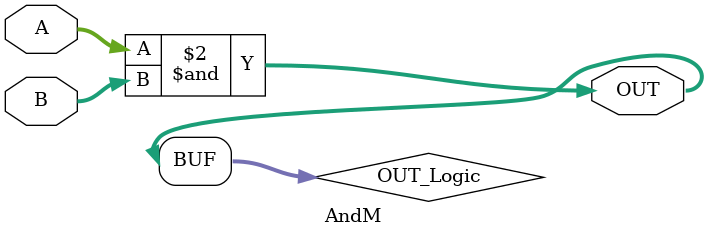
<source format=sv>

module AndM
#(
	parameter INBits=32
)
(
	input [INBits-1:0] A,
	input [INBits-1:0] B,
	
	output [INBits-1:0]OUT

);

 logic [INBits-1:0]OUT_Logic;

 always_comb
 begin
	OUT_Logic = A&B;
 end
 
 assign OUT = OUT_Logic;


endmodule

</source>
